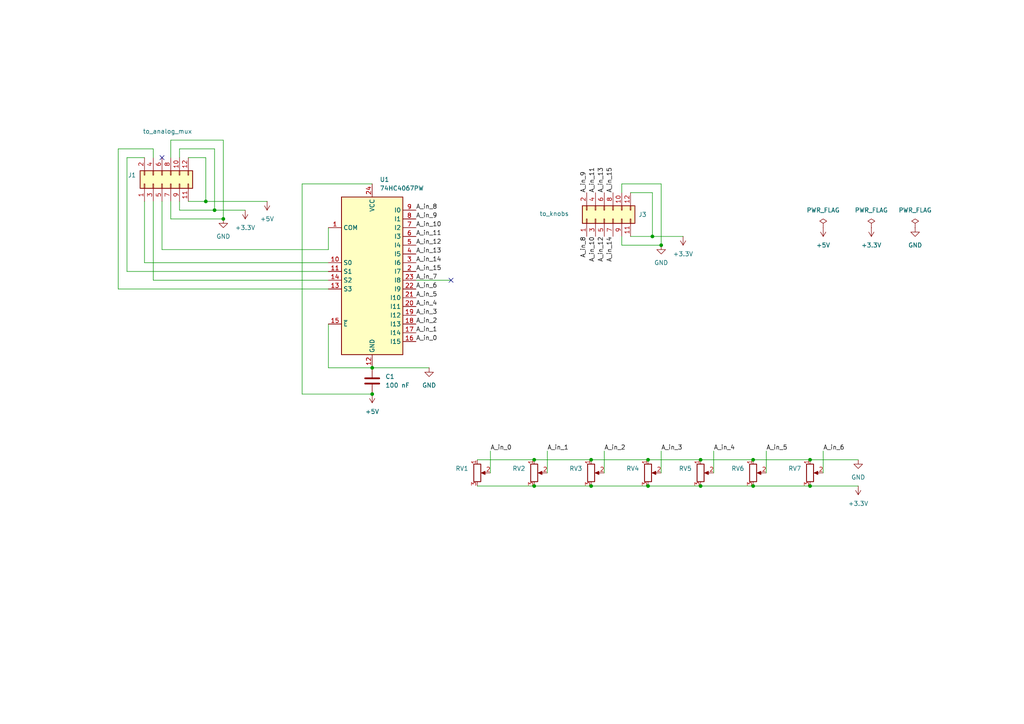
<source format=kicad_sch>
(kicad_sch (version 20231120) (generator "eeschema") (generator_version "8.0")
  (paper "A4")
  (lib_symbols
    (symbol "74xx:CD74HC4067SM"
      (property "Reference" "U" (at -8.89 22.86 0))
      (property "Value" "CD74HC4067SM" (at 1.27 22.86 0))
      (symbol "CD74HC4067SM_0_1"
        (rectangle (start -8.89 21.59) (end 8.89 -24.13) (stroke (width 0.254)) (fill (type background)))
      )
      (symbol "CD74HC4067SM_1_1"
        (pin passive line (at -12.7 12.7 0) (length 3.81) (name "COM") (number "1"))
        (pin input line (at -12.7 2.54 0) (length 3.81) (name "S0") (number "10"))
        (pin input line (at -12.7 0 0) (length 3.81) (name "S1") (number "11"))
        (pin power_in line (at 0 -27.94 90) (length 3.81) (name "GND") (number "12"))
        (pin input line (at -12.7 -5.08 0) (length 3.81) (name "S3") (number "13"))
        (pin input line (at -12.7 -2.54 0) (length 3.81) (name "S2") (number "14"))
        (pin input line (at -12.7 -15.24 0) (length 3.81) (name "~{E}") (number "15"))
        (pin passive line (at 12.7 -20.32 180) (length 3.81) (name "I15") (number "16"))
        (pin passive line (at 12.7 -17.78 180) (length 3.81) (name "I14") (number "17"))
        (pin passive line (at 12.7 -15.24 180) (length 3.81) (name "I13") (number "18"))
        (pin passive line (at 12.7 -12.7 180) (length 3.81) (name "I12") (number "19"))
        (pin passive line (at 12.7 0 180) (length 3.81) (name "I7") (number "2"))
        (pin passive line (at 12.7 -10.16 180) (length 3.81) (name "I11") (number "20"))
        (pin passive line (at 12.7 -7.62 180) (length 3.81) (name "I10") (number "21"))
        (pin passive line (at 12.7 -5.08 180) (length 3.81) (name "I9") (number "22"))
        (pin passive line (at 12.7 -2.54 180) (length 3.81) (name "I8") (number "23"))
        (pin power_in line (at 0 25.4 270) (length 3.81) (name "VCC") (number "24"))
        (pin passive line (at 12.7 2.54 180) (length 3.81) (name "I6") (number "3"))
        (pin passive line (at 12.7 5.08 180) (length 3.81) (name "I5") (number "4"))
        (pin passive line (at 12.7 7.62 180) (length 3.81) (name "I4") (number "5"))
        (pin passive line (at 12.7 10.16 180) (length 3.81) (name "I3") (number "6"))
        (pin passive line (at 12.7 12.7 180) (length 3.81) (name "I2") (number "7"))
        (pin passive line (at 12.7 15.24 180) (length 3.81) (name "I1") (number "8"))
        (pin passive line (at 12.7 17.78 180) (length 3.81) (name "I0") (number "9"))
      )
    )
    (symbol "Connector_Generic:Conn_02x06_Odd_Even" (pin_names (offset 1.016) hide)
      (property "Reference" "J" (at 1.27 7.62 0))
      (property "Value" "Conn_02x06_Odd_Even" (at 1.27 -10.16 0))
      (symbol "Conn_02x06_Odd_Even_1_1"
        (rectangle (start -1.27 -7.493) (end 0 -7.747) (stroke (width 0.1524)))
        (rectangle (start -1.27 -4.953) (end 0 -5.207) (stroke (width 0.1524)))
        (rectangle (start -1.27 -2.413) (end 0 -2.667) (stroke (width 0.1524)))
        (rectangle (start -1.27 0.127) (end 0 -0.127) (stroke (width 0.1524)))
        (rectangle (start -1.27 2.667) (end 0 2.413) (stroke (width 0.1524)))
        (rectangle (start -1.27 5.207) (end 0 4.953) (stroke (width 0.1524)))
        (rectangle (start -1.27 6.35) (end 3.81 -8.89) (stroke (width 0.254)) (fill (type background)))
        (rectangle (start 3.81 -7.493) (end 2.54 -7.747) (stroke (width 0.1524)))
        (rectangle (start 3.81 -4.953) (end 2.54 -5.207) (stroke (width 0.1524)))
        (rectangle (start 3.81 -2.413) (end 2.54 -2.667) (stroke (width 0.1524)))
        (rectangle (start 3.81 0.127) (end 2.54 -0.127) (stroke (width 0.1524)))
        (rectangle (start 3.81 2.667) (end 2.54 2.413) (stroke (width 0.1524)))
        (rectangle (start 3.81 5.207) (end 2.54 4.953) (stroke (width 0.1524)))
        (pin passive line (at -5.08 5.08 0) (length 3.81) (name "Pin_1") (number "1"))
        (pin passive line (at 7.62 -5.08 180) (length 3.81) (name "Pin_10") (number "10"))
        (pin passive line (at -5.08 -7.62 0) (length 3.81) (name "Pin_11") (number "11"))
        (pin passive line (at 7.62 -7.62 180) (length 3.81) (name "Pin_12") (number "12"))
        (pin passive line (at 7.62 5.08 180) (length 3.81) (name "Pin_2") (number "2"))
        (pin passive line (at -5.08 2.54 0) (length 3.81) (name "Pin_3") (number "3"))
        (pin passive line (at 7.62 2.54 180) (length 3.81) (name "Pin_4") (number "4"))
        (pin passive line (at -5.08 0 0) (length 3.81) (name "Pin_5") (number "5"))
        (pin passive line (at 7.62 0 180) (length 3.81) (name "Pin_6") (number "6"))
        (pin passive line (at -5.08 -2.54 0) (length 3.81) (name "Pin_7") (number "7"))
        (pin passive line (at 7.62 -2.54 180) (length 3.81) (name "Pin_8") (number "8"))
        (pin passive line (at -5.08 -5.08 0) (length 3.81) (name "Pin_9") (number "9"))
      )
    )
    (symbol "Device:C" (pin_numbers hide) (pin_names (offset 0.254))
      (property "Reference" "C" (at 0.635 2.54 0))
      (property "Value" "C" (at 0.635 -2.54 0))
      (symbol "C_0_1"
        (polyline (pts (xy -2.032 -0.762) (xy 2.032 -0.762)) (stroke (width 0.508)))
        (polyline (pts (xy -2.032 0.762) (xy 2.032 0.762)) (stroke (width 0.508)))
      )
      (symbol "C_1_1"
        (pin passive line (at 0 3.81 270) (length 2.794) (name "~") (number "1"))
        (pin passive line (at 0 -3.81 90) (length 2.794) (name "~") (number "2"))
      )
    )
    (symbol "Device:R_Potentiometer" (pin_names (offset 1.016) hide)
      (property "Reference" "RV" (at -4.445 0 90))
      (property "Value" "R_Potentiometer" (at -2.54 0 90))
      (symbol "R_Potentiometer_0_1"
        (polyline (pts (xy 2.54 0) (xy 1.524 0)))
        (polyline (pts (xy 1.143 0) (xy 2.286 0.508) (xy 2.286 -0.508) (xy 1.143 0)) (fill (type outline)))
        (rectangle (start 1.016 2.54) (end -1.016 -2.54) (stroke (width 0.254)))
      )
      (symbol "R_Potentiometer_1_1"
        (pin passive line (at 0 3.81 270) (length 1.27) (name "1") (number "1"))
        (pin passive line (at 3.81 0 180) (length 1.27) (name "2") (number "2"))
        (pin passive line (at 0 -3.81 90) (length 1.27) (name "3") (number "3"))
      )
    )
    (symbol "power:+3.3V" (power) (pin_numbers hide) (pin_names (offset 0) hide)
      (property "Value" "+3.3V" (at 0 3.556 0))
      (symbol "+3.3V_0_1"
        (polyline (pts (xy -0.762 1.27) (xy 0 2.54)))
        (polyline (pts (xy 0 0) (xy 0 2.54)))
        (polyline (pts (xy 0 2.54) (xy 0.762 1.27)))
      )
      (symbol "+3.3V_1_1"
        (pin power_in line (at 0 0 90) (length 0) (name "~") (number "1"))
      )
    )
    (symbol "power:+5V" (power) (pin_numbers hide) (pin_names (offset 0) hide)
      (property "Value" "+5V" (at 0 3.556 0))
      (symbol "+5V_0_1"
        (polyline (pts (xy -0.762 1.27) (xy 0 2.54)))
        (polyline (pts (xy 0 0) (xy 0 2.54)))
        (polyline (pts (xy 0 2.54) (xy 0.762 1.27)))
      )
      (symbol "+5V_1_1"
        (pin power_in line (at 0 0 90) (length 0) (name "~") (number "1"))
      )
    )
    (symbol "power:GND" (power) (pin_numbers hide) (pin_names (offset 0) hide)
      (property "Value" "GND" (at 0 -3.81 0))
      (symbol "GND_0_1"
        (polyline (pts (xy 0 0) (xy 0 -1.27) (xy 1.27 -1.27) (xy 0 -2.54) (xy -1.27 -1.27) (xy 0 -1.27)))
      )
      (symbol "GND_1_1"
        (pin power_in line (at 0 0 270) (length 0) (name "~") (number "1"))
      )
    )
    (symbol "power:PWR_FLAG" (power) (pin_numbers hide) (pin_names (offset 0) hide)
      (property "Value" "PWR_FLAG" (at 0 3.81 0))
      (symbol "PWR_FLAG_0_0"
        (pin power_out line (at 0 0 90) (length 0) (name "~") (number "1"))
      )
      (symbol "PWR_FLAG_0_1"
        (polyline (pts (xy 0 0) (xy 0 1.27) (xy -1.016 1.905) (xy 0 2.54) (xy 1.016 1.905) (xy 0 1.27)))
      )
    )
  )
  (junction (at 187.96 133.35))
  (junction (at 59.69 58.42))
  (junction (at 189.23 68.58))
  (junction (at 62.23 60.96))
  (junction (at 218.44 140.97))
  (junction (at 64.77 63.5))
  (junction (at 187.96 140.97))
  (junction (at 191.77 71.12))
  (junction (at 234.95 133.35))
  (junction (at 154.94 133.35))
  (junction (at 171.45 133.35))
  (junction (at 107.95 106.68))
  (junction (at 203.2 133.35))
  (junction (at 154.94 140.97))
  (junction (at 107.95 114.3))
  (junction (at 218.44 133.35))
  (junction (at 234.95 140.97))
  (junction (at 203.2 140.97))
  (junction (at 171.45 140.97))
  (no_connect (at 46.99 45.72))
  (no_connect (at 130.81 81.28))
  (wire (pts (xy 87.63 53.34) (xy 87.63 114.3)))
  (wire (pts (xy 218.44 140.97) (xy 234.95 140.97)))
  (wire (pts (xy 34.29 83.82) (xy 34.29 43.18)))
  (wire (pts (xy 154.94 133.35) (xy 171.45 133.35)))
  (wire (pts (xy 154.94 140.97) (xy 171.45 140.97)))
  (wire (pts (xy 52.07 45.72) (xy 52.07 43.18)))
  (wire (pts (xy 182.88 68.58) (xy 189.23 68.58)))
  (wire (pts (xy 180.34 53.34) (xy 191.77 53.34)))
  (wire (pts (xy 95.25 106.68) (xy 107.95 106.68)))
  (wire (pts (xy 138.43 140.97) (xy 154.94 140.97)))
  (wire (pts (xy 52.07 60.96) (xy 52.07 58.42)))
  (wire (pts (xy 95.25 78.74) (xy 36.83 78.74)))
  (wire (pts (xy 59.69 58.42) (xy 77.47 58.42)))
  (wire (pts (xy 95.25 72.39) (xy 46.99 72.39)))
  (wire (pts (xy 95.25 81.28) (xy 44.45 81.28)))
  (wire (pts (xy 95.25 66.04) (xy 95.25 72.39)))
  (wire (pts (xy 180.34 71.12) (xy 191.77 71.12)))
  (wire (pts (xy 238.76 130.81) (xy 238.76 137.16)))
  (wire (pts (xy 222.25 130.81) (xy 222.25 137.16)))
  (wire (pts (xy 189.23 55.88) (xy 182.88 55.88)))
  (wire (pts (xy 120.65 81.28) (xy 130.81 81.28)))
  (wire (pts (xy 191.77 53.34) (xy 191.77 71.12)))
  (wire (pts (xy 207.01 130.81) (xy 207.01 137.16)))
  (wire (pts (xy 52.07 43.18) (xy 62.23 43.18)))
  (wire (pts (xy 49.53 58.42) (xy 49.53 63.5)))
  (wire (pts (xy 36.83 45.72) (xy 41.91 45.72)))
  (wire (pts (xy 62.23 60.96) (xy 71.12 60.96)))
  (wire (pts (xy 49.53 45.72) (xy 49.53 40.64)))
  (wire (pts (xy 64.77 63.5) (xy 49.53 63.5)))
  (wire (pts (xy 54.61 58.42) (xy 59.69 58.42)))
  (wire (pts (xy 107.95 106.68) (xy 124.46 106.68)))
  (wire (pts (xy 107.95 53.34) (xy 87.63 53.34)))
  (wire (pts (xy 95.25 76.2) (xy 41.91 76.2)))
  (wire (pts (xy 180.34 71.12) (xy 180.34 68.58)))
  (wire (pts (xy 171.45 140.97) (xy 187.96 140.97)))
  (wire (pts (xy 171.45 133.35) (xy 187.96 133.35)))
  (wire (pts (xy 36.83 78.74) (xy 36.83 45.72)))
  (wire (pts (xy 49.53 40.64) (xy 64.77 40.64)))
  (wire (pts (xy 175.26 130.81) (xy 175.26 137.16)))
  (wire (pts (xy 41.91 76.2) (xy 41.91 58.42)))
  (wire (pts (xy 180.34 55.88) (xy 180.34 53.34)))
  (wire (pts (xy 138.43 133.35) (xy 154.94 133.35)))
  (wire (pts (xy 218.44 133.35) (xy 234.95 133.35)))
  (wire (pts (xy 189.23 68.58) (xy 198.12 68.58)))
  (wire (pts (xy 87.63 114.3) (xy 107.95 114.3)))
  (wire (pts (xy 203.2 140.97) (xy 218.44 140.97)))
  (wire (pts (xy 187.96 140.97) (xy 203.2 140.97)))
  (wire (pts (xy 234.95 133.35) (xy 248.92 133.35)))
  (wire (pts (xy 54.61 45.72) (xy 59.69 45.72)))
  (wire (pts (xy 142.24 130.81) (xy 142.24 137.16)))
  (wire (pts (xy 158.75 130.81) (xy 158.75 137.16)))
  (wire (pts (xy 234.95 140.97) (xy 248.92 140.97)))
  (wire (pts (xy 189.23 68.58) (xy 189.23 55.88)))
  (wire (pts (xy 44.45 81.28) (xy 44.45 58.42)))
  (wire (pts (xy 62.23 43.18) (xy 62.23 60.96)))
  (wire (pts (xy 203.2 133.35) (xy 218.44 133.35)))
  (wire (pts (xy 62.23 60.96) (xy 52.07 60.96)))
  (wire (pts (xy 59.69 45.72) (xy 59.69 58.42)))
  (wire (pts (xy 44.45 43.18) (xy 44.45 45.72)))
  (wire (pts (xy 34.29 43.18) (xy 44.45 43.18)))
  (wire (pts (xy 191.77 130.81) (xy 191.77 137.16)))
  (wire (pts (xy 95.25 83.82) (xy 34.29 83.82)))
  (wire (pts (xy 46.99 72.39) (xy 46.99 58.42)))
  (wire (pts (xy 187.96 133.35) (xy 203.2 133.35)))
  (wire (pts (xy 64.77 40.64) (xy 64.77 63.5)))
  (wire (pts (xy 95.25 93.98) (xy 95.25 106.68)))
  (label "A_in_4" (at 120.65 88.9 0))
  (label "A_in_9" (at 170.18 55.88 90))
  (label "A_in_5" (at 222.25 130.81 0))
  (label "A_in_15" (at 177.8 55.88 90))
  (label "A_in_14" (at 177.8 68.58 270))
  (label "A_in_12" (at 175.26 68.58 270))
  (label "A_in_8" (at 120.65 60.96 0))
  (label "A_in_1" (at 158.75 130.81 0))
  (label "A_in_10" (at 172.72 68.58 270))
  (label "A_in_1" (at 120.65 96.52 0))
  (label "A_in_13" (at 120.65 73.66 0))
  (label "A_in_6" (at 120.65 83.82 0))
  (label "A_in_14" (at 120.65 76.2 0))
  (label "A_in_10" (at 120.65 66.04 0))
  (label "A_in_8" (at 170.18 68.58 270))
  (label "A_in_4" (at 207.01 130.81 0))
  (label "A_in_13" (at 175.26 55.88 90))
  (label "A_in_9" (at 120.65 63.5 0))
  (label "A_in_11" (at 120.65 68.58 0))
  (label "A_in_7" (at 120.65 81.28 0))
  (label "A_in_12" (at 120.65 71.12 0))
  (label "A_in_3" (at 191.77 130.81 0))
  (label "A_in_15" (at 120.65 78.74 0))
  (label "A_in_0" (at 142.24 130.81 0))
  (label "A_in_0" (at 120.65 99.06 0))
  (label "A_in_6" (at 238.76 130.81 0))
  (label "A_in_5" (at 120.65 86.36 0))
  (label "A_in_11" (at 172.72 55.88 90))
  (label "A_in_2" (at 120.65 93.98 0))
  (label "A_in_3" (at 120.65 91.44 0))
  (label "A_in_2" (at 175.26 130.81 0))
  (symbol (lib_id "power:GND") (at 64.77 63.5 0) (unit 1)
    (property "Reference" "#PWR1" (effects (hide yes)))
    (property "Value" "GND" (at 64.77 68.58 0))
    (property "Description" "Power symbol creates a global label with name \"GND\" , ground" (effects (hide yes)))
  )
  (symbol (lib_id "power:GND") (at 248.92 133.35 0) (unit 1)
    (property "Reference" "#PWR11" (effects (hide yes)))
    (property "Value" "GND" (at 248.92 138.43 0))
    (property "Description" "Power symbol creates a global label with name \"GND\" , ground" (effects (hide yes)))
  )
  (symbol (lib_id "power:GND") (at 191.77 71.12 0) (unit 1)
    (property "Reference" "#PWR9" (effects (hide yes)))
    (property "Value" "GND" (at 191.77 76.2 0))
    (property "Description" "Power symbol creates a global label with name \"GND\" , ground" (effects (hide yes)))
  )
  (symbol (lib_id "Device:R_Potentiometer") (at 234.95 137.16 0) (unit 1)
    (property "Reference" "RV7" (at 232.41 135.8899 0) (effects (justify right)))
    (property "Value" "R_Potentiometer" (effects (hide yes)))
    (property "Footprint" "eurorack_benjiao:Potentiometer_RV09" (effects (hide yes)))
    (property "Description" "Potentiometer" (effects (hide yes)))
  )
  (symbol (lib_id "power:+5V") (at 77.47 58.42 180) (unit 1)
    (property "Reference" "#PWR3" (effects (hide yes)))
    (property "Value" "+5V" (at 77.47 63.5 0))
    (property "Description" "Power symbol creates a global label with name \"+5V\"" (effects (hide yes)))
  )
  (symbol (lib_id "power:GND") (at 265.43 66.04 0) (unit 1)
    (property "Reference" "#PWR8" (effects (hide yes)))
    (property "Value" "GND" (at 265.43 71.12 0))
    (property "Description" "Power symbol creates a global label with name \"GND\" , ground" (effects (hide yes)))
  )
  (symbol (lib_id "power:PWR_FLAG") (at 238.76 66.04 0) (unit 1)
    (property "Reference" "#FLG1" (effects (hide yes)))
    (property "Value" "PWR_FLAG" (at 238.76 60.96 0))
    (property "Description" "Special symbol for telling ERC where power comes from" (effects (hide yes)))
  )
  (symbol (lib_id "power:+3.3V") (at 71.12 60.96 180) (unit 1)
    (property "Reference" "#PWR2" (effects (hide yes)))
    (property "Value" "+3.3V" (at 71.12 66.04 0))
    (property "Description" "Power symbol creates a global label with name \"+3.3V\"" (effects (hide yes)))
  )
  (symbol (lib_id "Device:R_Potentiometer") (at 187.96 137.16 0) (unit 1)
    (property "Reference" "RV4" (at 185.42 135.8899 0) (effects (justify right)))
    (property "Value" "R_Potentiometer" (effects (hide yes)))
    (property "Footprint" "eurorack_benjiao:Potentiometer_RV09" (effects (hide yes)))
    (property "Description" "Potentiometer" (effects (hide yes)))
  )
  (symbol (lib_id "power:PWR_FLAG") (at 265.43 66.04 0) (unit 1)
    (property "Reference" "#FLG3" (effects (hide yes)))
    (property "Value" "PWR_FLAG" (at 265.43 60.96 0))
    (property "Description" "Special symbol for telling ERC where power comes from" (effects (hide yes)))
  )
  (symbol (lib_id "power:+5V") (at 238.76 66.04 180) (unit 1)
    (property "Reference" "#PWR6" (effects (hide yes)))
    (property "Value" "+5V" (at 238.76 71.12 0))
    (property "Description" "Power symbol creates a global label with name \"+5V\"" (effects (hide yes)))
  )
  (symbol (lib_id "Device:R_Potentiometer") (at 154.94 137.16 0) (unit 1)
    (property "Reference" "RV2" (at 152.4 135.8899 0) (effects (justify right)))
    (property "Value" "R_Potentiometer" (effects (hide yes)))
    (property "Footprint" "eurorack_benjiao:Potentiometer_RV09" (effects (hide yes)))
    (property "Description" "Potentiometer" (effects (hide yes)))
  )
  (symbol (lib_id "Device:R_Potentiometer") (at 218.44 137.16 0) (unit 1)
    (property "Reference" "RV6" (at 215.9 135.8899 0) (effects (justify right)))
    (property "Value" "R_Potentiometer" (effects (hide yes)))
    (property "Footprint" "eurorack_benjiao:Potentiometer_RV09" (effects (hide yes)))
    (property "Description" "Potentiometer" (effects (hide yes)))
  )
  (symbol (lib_id "Device:R_Potentiometer") (at 138.43 137.16 0) (unit 1)
    (property "Reference" "RV1" (at 135.89 135.8899 0) (effects (justify right)))
    (property "Value" "R_Potentiometer" (effects (hide yes)))
    (property "Footprint" "eurorack_benjiao:Potentiometer_RV09" (effects (hide yes)))
    (property "Description" "Potentiometer" (effects (hide yes)))
  )
  (symbol (lib_id "Device:R_Potentiometer") (at 203.2 137.16 0) (unit 1)
    (property "Reference" "RV5" (at 200.66 135.8899 0) (effects (justify right)))
    (property "Value" "R_Potentiometer" (effects (hide yes)))
    (property "Footprint" "eurorack_benjiao:Potentiometer_RV09" (effects (hide yes)))
    (property "Description" "Potentiometer" (effects (hide yes)))
  )
  (symbol (lib_id "Connector_Generic:Conn_02x06_Odd_Even") (at 46.99 53.34 90) (unit 1)
    (property "Reference" "J1" (at 37.084 50.8 90) (effects (justify right)))
    (property "Value" "to_analog_mux" (at 41.402 38.1 90) (effects (justify right)))
    (property "Footprint" "Connector_PinHeader_2.54mm:PinHeader_2x06_P2.54mm_Vertical" (effects (hide yes)))
    (property "Description" "Generic connector, double row, 02x06, odd/even pin numbering scheme (row 1 odd numbers, row 2 even numbers), script generated (kicad-library-utils/schlib/autogen/connector/)" (effects (hide yes)))
  )
  (symbol (lib_id "Device:R_Potentiometer") (at 171.45 137.16 0) (unit 1)
    (property "Reference" "RV3" (at 168.91 135.8899 0) (effects (justify right)))
    (property "Value" "R_Potentiometer" (effects (hide yes)))
    (property "Footprint" "eurorack_benjiao:Potentiometer_RV09" (effects (hide yes)))
    (property "Description" "Potentiometer" (effects (hide yes)))
  )
  (symbol (lib_id "power:+3.3V") (at 198.12 68.58 180) (unit 1)
    (property "Reference" "#PWR10" (effects (hide yes)))
    (property "Value" "+3.3V" (at 198.12 73.66 0))
    (property "Description" "Power symbol creates a global label with name \"+3.3V\"" (effects (hide yes)))
  )
  (symbol (lib_id "Device:C") (at 107.95 110.49 0) (unit 1)
    (property "Reference" "C1" (at 111.76 109.2199 0) (effects (justify left)))
    (property "Value" "100 nF" (at 111.76 111.7599 0) (effects (justify left)))
    (property "Footprint" "Capacitor_SMD:C_0402_1005Metric" (effects (hide yes)))
    (property "Description" "Unpolarized capacitor" (effects (hide yes)))
  )
  (symbol (lib_id "power:+3.3V") (at 252.73 66.04 180) (unit 1)
    (property "Reference" "#PWR7" (effects (hide yes)))
    (property "Value" "+3.3V" (at 252.73 71.12 0))
    (property "Description" "Power symbol creates a global label with name \"+3.3V\"" (effects (hide yes)))
  )
  (symbol (lib_id "power:PWR_FLAG") (at 252.73 66.04 0) (unit 1)
    (property "Reference" "#FLG2" (effects (hide yes)))
    (property "Value" "PWR_FLAG" (at 252.73 60.96 0))
    (property "Description" "Special symbol for telling ERC where power comes from" (effects (hide yes)))
  )
  (symbol (lib_id "power:+3.3V") (at 248.92 140.97 180) (unit 1)
    (property "Reference" "#PWR12" (effects (hide yes)))
    (property "Value" "+3.3V" (at 248.92 146.05 0))
    (property "Description" "Power symbol creates a global label with name \"+3.3V\"" (effects (hide yes)))
  )
  (symbol (lib_id "74xx:CD74HC4067SM") (at 107.95 78.74 0) (unit 1)
    (property "Reference" "U1" (at 110.1441 52.07 0) (effects (justify left)))
    (property "Value" "74HC4067PW" (at 110.1441 54.61 0) (effects (justify left)))
    (property "Footprint" "Package_SO:SOP-24_7.5x15.4mm_P1.27mm" (effects (hide yes)))
    (property "Datasheet" "https://assets.nexperia.com/documents/data-sheet/74HC_HCT4067.pdf" (effects (hide yes)))
    (property "Description" "16-channel analog multiplexer/demultiplexerTSSOP-24" (effects (hide yes)))
  )
  (symbol (lib_id "power:GND") (at 124.46 106.68 0) (unit 1)
    (property "Reference" "#PWR5" (effects (hide yes)))
    (property "Value" "GND" (at 124.46 111.76 0))
    (property "Description" "Power symbol creates a global label with name \"GND\" , ground" (effects (hide yes)))
  )
  (symbol (lib_id "power:+5V") (at 107.95 114.3 180) (unit 1)
    (property "Reference" "#PWR4" (effects (hide yes)))
    (property "Value" "+5V" (at 107.95 119.38 0))
    (property "Description" "Power symbol creates a global label with name \"+5V\"" (effects (hide yes)))
  )
  (symbol (lib_id "Connector_Generic:Conn_02x06_Odd_Even") (at 175.26 63.5 90) (unit 1)
    (property "Reference" "J3" (at 185.166 62.23 90) (effects (justify right)))
    (property "Value" "to_knobs" (at 156.464 61.976 90) (effects (justify right)))
    (property "Footprint" "Connector_PinHeader_2.54mm:PinHeader_2x06_P2.54mm_Vertical" (effects (hide yes)))
    (property "Description" "Generic connector, double row, 02x06, odd/even pin numbering scheme (row 1 odd numbers, row 2 even numbers), script generated (kicad-library-utils/schlib/autogen/connector/)" (effects (hide yes)))
  )
)
</source>
